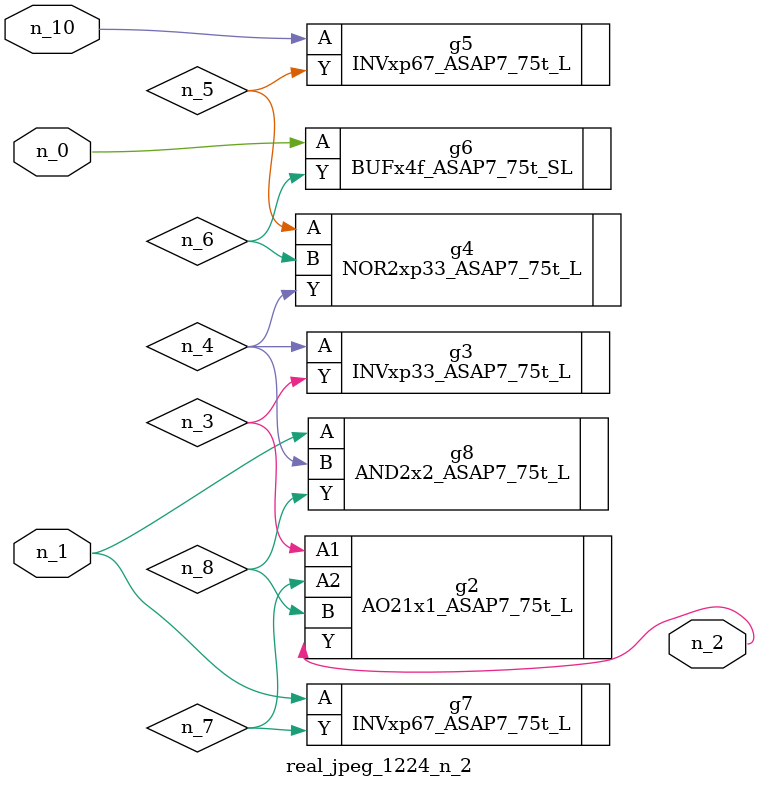
<source format=v>
module real_jpeg_1224_n_2 (n_1, n_10, n_0, n_2);

input n_1;
input n_10;
input n_0;

output n_2;

wire n_5;
wire n_4;
wire n_8;
wire n_6;
wire n_7;
wire n_3;

BUFx4f_ASAP7_75t_SL g6 ( 
.A(n_0),
.Y(n_6)
);

INVxp67_ASAP7_75t_L g7 ( 
.A(n_1),
.Y(n_7)
);

AND2x2_ASAP7_75t_L g8 ( 
.A(n_1),
.B(n_4),
.Y(n_8)
);

AO21x1_ASAP7_75t_L g2 ( 
.A1(n_3),
.A2(n_7),
.B(n_8),
.Y(n_2)
);

INVxp33_ASAP7_75t_L g3 ( 
.A(n_4),
.Y(n_3)
);

NOR2xp33_ASAP7_75t_L g4 ( 
.A(n_5),
.B(n_6),
.Y(n_4)
);

INVxp67_ASAP7_75t_L g5 ( 
.A(n_10),
.Y(n_5)
);


endmodule
</source>
